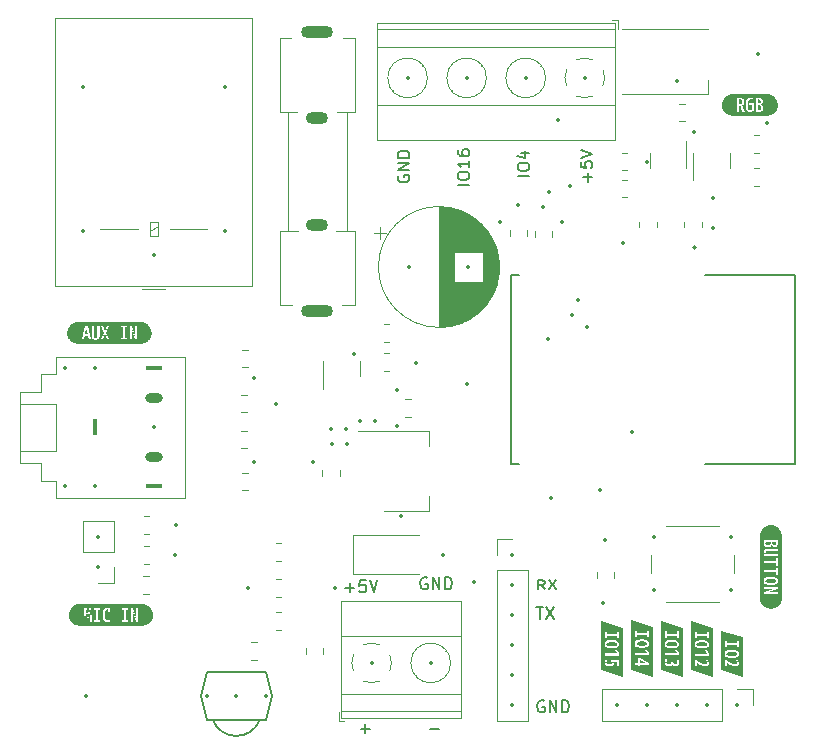
<source format=gbr>
%TF.GenerationSoftware,KiCad,Pcbnew,7.0.8-7.0.8~ubuntu20.04.1*%
%TF.CreationDate,2023-11-01T16:13:29+05:30*%
%TF.ProjectId,WLED_V0.1_panelized,574c4544-5f56-4302-9e31-5f70616e656c,rev?*%
%TF.SameCoordinates,Original*%
%TF.FileFunction,Legend,Top*%
%TF.FilePolarity,Positive*%
%FSLAX46Y46*%
G04 Gerber Fmt 4.6, Leading zero omitted, Abs format (unit mm)*
G04 Created by KiCad (PCBNEW 7.0.8-7.0.8~ubuntu20.04.1) date 2023-11-01 16:13:29*
%MOMM*%
%LPD*%
G01*
G04 APERTURE LIST*
%ADD10C,0.150000*%
%ADD11C,0.120000*%
%ADD12C,0.127000*%
%ADD13C,0.200000*%
%ADD14C,0.350000*%
%ADD15O,0.400000X1.400000*%
%ADD16O,1.400000X0.400000*%
%ADD17O,1.500000X0.800000*%
%ADD18O,2.710000X1.020000*%
%ADD19O,1.870000X1.020000*%
G04 APERTURE END LIST*
D10*
X119757819Y-68497220D02*
X118757819Y-68497220D01*
X118757819Y-67830554D02*
X118757819Y-67640078D01*
X118757819Y-67640078D02*
X118805438Y-67544840D01*
X118805438Y-67544840D02*
X118900676Y-67449602D01*
X118900676Y-67449602D02*
X119091152Y-67401983D01*
X119091152Y-67401983D02*
X119424485Y-67401983D01*
X119424485Y-67401983D02*
X119614961Y-67449602D01*
X119614961Y-67449602D02*
X119710200Y-67544840D01*
X119710200Y-67544840D02*
X119757819Y-67640078D01*
X119757819Y-67640078D02*
X119757819Y-67830554D01*
X119757819Y-67830554D02*
X119710200Y-67925792D01*
X119710200Y-67925792D02*
X119614961Y-68021030D01*
X119614961Y-68021030D02*
X119424485Y-68068649D01*
X119424485Y-68068649D02*
X119091152Y-68068649D01*
X119091152Y-68068649D02*
X118900676Y-68021030D01*
X118900676Y-68021030D02*
X118805438Y-67925792D01*
X118805438Y-67925792D02*
X118757819Y-67830554D01*
X119091152Y-66544840D02*
X119757819Y-66544840D01*
X118710200Y-66782935D02*
X119424485Y-67021030D01*
X119424485Y-67021030D02*
X119424485Y-66401983D01*
X104181779Y-103374866D02*
X104943684Y-103374866D01*
X104562731Y-103755819D02*
X104562731Y-102993914D01*
X105896064Y-102755819D02*
X105419874Y-102755819D01*
X105419874Y-102755819D02*
X105372255Y-103232009D01*
X105372255Y-103232009D02*
X105419874Y-103184390D01*
X105419874Y-103184390D02*
X105515112Y-103136771D01*
X105515112Y-103136771D02*
X105753207Y-103136771D01*
X105753207Y-103136771D02*
X105848445Y-103184390D01*
X105848445Y-103184390D02*
X105896064Y-103232009D01*
X105896064Y-103232009D02*
X105943683Y-103327247D01*
X105943683Y-103327247D02*
X105943683Y-103565342D01*
X105943683Y-103565342D02*
X105896064Y-103660580D01*
X105896064Y-103660580D02*
X105848445Y-103708200D01*
X105848445Y-103708200D02*
X105753207Y-103755819D01*
X105753207Y-103755819D02*
X105515112Y-103755819D01*
X105515112Y-103755819D02*
X105419874Y-103708200D01*
X105419874Y-103708200D02*
X105372255Y-103660580D01*
X106229398Y-102755819D02*
X106562731Y-103755819D01*
X106562731Y-103755819D02*
X106896064Y-102755819D01*
X121002588Y-112963438D02*
X120907350Y-112915819D01*
X120907350Y-112915819D02*
X120764493Y-112915819D01*
X120764493Y-112915819D02*
X120621636Y-112963438D01*
X120621636Y-112963438D02*
X120526398Y-113058676D01*
X120526398Y-113058676D02*
X120478779Y-113153914D01*
X120478779Y-113153914D02*
X120431160Y-113344390D01*
X120431160Y-113344390D02*
X120431160Y-113487247D01*
X120431160Y-113487247D02*
X120478779Y-113677723D01*
X120478779Y-113677723D02*
X120526398Y-113772961D01*
X120526398Y-113772961D02*
X120621636Y-113868200D01*
X120621636Y-113868200D02*
X120764493Y-113915819D01*
X120764493Y-113915819D02*
X120859731Y-113915819D01*
X120859731Y-113915819D02*
X121002588Y-113868200D01*
X121002588Y-113868200D02*
X121050207Y-113820580D01*
X121050207Y-113820580D02*
X121050207Y-113487247D01*
X121050207Y-113487247D02*
X120859731Y-113487247D01*
X121478779Y-113915819D02*
X121478779Y-112915819D01*
X121478779Y-112915819D02*
X122050207Y-113915819D01*
X122050207Y-113915819D02*
X122050207Y-112915819D01*
X122526398Y-113915819D02*
X122526398Y-112915819D01*
X122526398Y-112915819D02*
X122764493Y-112915819D01*
X122764493Y-112915819D02*
X122907350Y-112963438D01*
X122907350Y-112963438D02*
X123002588Y-113058676D01*
X123002588Y-113058676D02*
X123050207Y-113153914D01*
X123050207Y-113153914D02*
X123097826Y-113344390D01*
X123097826Y-113344390D02*
X123097826Y-113487247D01*
X123097826Y-113487247D02*
X123050207Y-113677723D01*
X123050207Y-113677723D02*
X123002588Y-113772961D01*
X123002588Y-113772961D02*
X122907350Y-113868200D01*
X122907350Y-113868200D02*
X122764493Y-113915819D01*
X122764493Y-113915819D02*
X122526398Y-113915819D01*
X121050207Y-103526295D02*
X120716874Y-103145342D01*
X120478779Y-103526295D02*
X120478779Y-102726295D01*
X120478779Y-102726295D02*
X120859731Y-102726295D01*
X120859731Y-102726295D02*
X120954969Y-102764390D01*
X120954969Y-102764390D02*
X121002588Y-102802485D01*
X121002588Y-102802485D02*
X121050207Y-102878676D01*
X121050207Y-102878676D02*
X121050207Y-102992961D01*
X121050207Y-102992961D02*
X121002588Y-103069152D01*
X121002588Y-103069152D02*
X120954969Y-103107247D01*
X120954969Y-103107247D02*
X120859731Y-103145342D01*
X120859731Y-103145342D02*
X120478779Y-103145342D01*
X121383541Y-102726295D02*
X122050207Y-103526295D01*
X122050207Y-102726295D02*
X121383541Y-103526295D01*
X105492779Y-115312866D02*
X106254684Y-115312866D01*
X105873731Y-115693819D02*
X105873731Y-114931914D01*
X114677819Y-69259220D02*
X113677819Y-69259220D01*
X113677819Y-68592554D02*
X113677819Y-68402078D01*
X113677819Y-68402078D02*
X113725438Y-68306840D01*
X113725438Y-68306840D02*
X113820676Y-68211602D01*
X113820676Y-68211602D02*
X114011152Y-68163983D01*
X114011152Y-68163983D02*
X114344485Y-68163983D01*
X114344485Y-68163983D02*
X114534961Y-68211602D01*
X114534961Y-68211602D02*
X114630200Y-68306840D01*
X114630200Y-68306840D02*
X114677819Y-68402078D01*
X114677819Y-68402078D02*
X114677819Y-68592554D01*
X114677819Y-68592554D02*
X114630200Y-68687792D01*
X114630200Y-68687792D02*
X114534961Y-68783030D01*
X114534961Y-68783030D02*
X114344485Y-68830649D01*
X114344485Y-68830649D02*
X114011152Y-68830649D01*
X114011152Y-68830649D02*
X113820676Y-68783030D01*
X113820676Y-68783030D02*
X113725438Y-68687792D01*
X113725438Y-68687792D02*
X113677819Y-68592554D01*
X114677819Y-67211602D02*
X114677819Y-67783030D01*
X114677819Y-67497316D02*
X113677819Y-67497316D01*
X113677819Y-67497316D02*
X113820676Y-67592554D01*
X113820676Y-67592554D02*
X113915914Y-67687792D01*
X113915914Y-67687792D02*
X113963533Y-67783030D01*
X113677819Y-66354459D02*
X113677819Y-66544935D01*
X113677819Y-66544935D02*
X113725438Y-66640173D01*
X113725438Y-66640173D02*
X113773057Y-66687792D01*
X113773057Y-66687792D02*
X113915914Y-66783030D01*
X113915914Y-66783030D02*
X114106390Y-66830649D01*
X114106390Y-66830649D02*
X114487342Y-66830649D01*
X114487342Y-66830649D02*
X114582580Y-66783030D01*
X114582580Y-66783030D02*
X114630200Y-66735411D01*
X114630200Y-66735411D02*
X114677819Y-66640173D01*
X114677819Y-66640173D02*
X114677819Y-66449697D01*
X114677819Y-66449697D02*
X114630200Y-66354459D01*
X114630200Y-66354459D02*
X114582580Y-66306840D01*
X114582580Y-66306840D02*
X114487342Y-66259221D01*
X114487342Y-66259221D02*
X114249247Y-66259221D01*
X114249247Y-66259221D02*
X114154009Y-66306840D01*
X114154009Y-66306840D02*
X114106390Y-66354459D01*
X114106390Y-66354459D02*
X114058771Y-66449697D01*
X114058771Y-66449697D02*
X114058771Y-66640173D01*
X114058771Y-66640173D02*
X114106390Y-66735411D01*
X114106390Y-66735411D02*
X114154009Y-66783030D01*
X114154009Y-66783030D02*
X114249247Y-66830649D01*
X108645438Y-68481411D02*
X108597819Y-68576649D01*
X108597819Y-68576649D02*
X108597819Y-68719506D01*
X108597819Y-68719506D02*
X108645438Y-68862363D01*
X108645438Y-68862363D02*
X108740676Y-68957601D01*
X108740676Y-68957601D02*
X108835914Y-69005220D01*
X108835914Y-69005220D02*
X109026390Y-69052839D01*
X109026390Y-69052839D02*
X109169247Y-69052839D01*
X109169247Y-69052839D02*
X109359723Y-69005220D01*
X109359723Y-69005220D02*
X109454961Y-68957601D01*
X109454961Y-68957601D02*
X109550200Y-68862363D01*
X109550200Y-68862363D02*
X109597819Y-68719506D01*
X109597819Y-68719506D02*
X109597819Y-68624268D01*
X109597819Y-68624268D02*
X109550200Y-68481411D01*
X109550200Y-68481411D02*
X109502580Y-68433792D01*
X109502580Y-68433792D02*
X109169247Y-68433792D01*
X109169247Y-68433792D02*
X109169247Y-68624268D01*
X109597819Y-68005220D02*
X108597819Y-68005220D01*
X108597819Y-68005220D02*
X109597819Y-67433792D01*
X109597819Y-67433792D02*
X108597819Y-67433792D01*
X109597819Y-66957601D02*
X108597819Y-66957601D01*
X108597819Y-66957601D02*
X108597819Y-66719506D01*
X108597819Y-66719506D02*
X108645438Y-66576649D01*
X108645438Y-66576649D02*
X108740676Y-66481411D01*
X108740676Y-66481411D02*
X108835914Y-66433792D01*
X108835914Y-66433792D02*
X109026390Y-66386173D01*
X109026390Y-66386173D02*
X109169247Y-66386173D01*
X109169247Y-66386173D02*
X109359723Y-66433792D01*
X109359723Y-66433792D02*
X109454961Y-66481411D01*
X109454961Y-66481411D02*
X109550200Y-66576649D01*
X109550200Y-66576649D02*
X109597819Y-66719506D01*
X109597819Y-66719506D02*
X109597819Y-66957601D01*
X111334779Y-115312866D02*
X112096684Y-115312866D01*
X120335922Y-105041819D02*
X120907350Y-105041819D01*
X120621636Y-106041819D02*
X120621636Y-105041819D01*
X121145446Y-105041819D02*
X121812112Y-106041819D01*
X121812112Y-105041819D02*
X121145446Y-106041819D01*
X124710866Y-69005220D02*
X124710866Y-68243316D01*
X125091819Y-68624268D02*
X124329914Y-68624268D01*
X124091819Y-67290935D02*
X124091819Y-67767125D01*
X124091819Y-67767125D02*
X124568009Y-67814744D01*
X124568009Y-67814744D02*
X124520390Y-67767125D01*
X124520390Y-67767125D02*
X124472771Y-67671887D01*
X124472771Y-67671887D02*
X124472771Y-67433792D01*
X124472771Y-67433792D02*
X124520390Y-67338554D01*
X124520390Y-67338554D02*
X124568009Y-67290935D01*
X124568009Y-67290935D02*
X124663247Y-67243316D01*
X124663247Y-67243316D02*
X124901342Y-67243316D01*
X124901342Y-67243316D02*
X124996580Y-67290935D01*
X124996580Y-67290935D02*
X125044200Y-67338554D01*
X125044200Y-67338554D02*
X125091819Y-67433792D01*
X125091819Y-67433792D02*
X125091819Y-67671887D01*
X125091819Y-67671887D02*
X125044200Y-67767125D01*
X125044200Y-67767125D02*
X124996580Y-67814744D01*
X124091819Y-66957601D02*
X125091819Y-66624268D01*
X125091819Y-66624268D02*
X124091819Y-66290935D01*
X111096588Y-102549438D02*
X111001350Y-102501819D01*
X111001350Y-102501819D02*
X110858493Y-102501819D01*
X110858493Y-102501819D02*
X110715636Y-102549438D01*
X110715636Y-102549438D02*
X110620398Y-102644676D01*
X110620398Y-102644676D02*
X110572779Y-102739914D01*
X110572779Y-102739914D02*
X110525160Y-102930390D01*
X110525160Y-102930390D02*
X110525160Y-103073247D01*
X110525160Y-103073247D02*
X110572779Y-103263723D01*
X110572779Y-103263723D02*
X110620398Y-103358961D01*
X110620398Y-103358961D02*
X110715636Y-103454200D01*
X110715636Y-103454200D02*
X110858493Y-103501819D01*
X110858493Y-103501819D02*
X110953731Y-103501819D01*
X110953731Y-103501819D02*
X111096588Y-103454200D01*
X111096588Y-103454200D02*
X111144207Y-103406580D01*
X111144207Y-103406580D02*
X111144207Y-103073247D01*
X111144207Y-103073247D02*
X110953731Y-103073247D01*
X111572779Y-103501819D02*
X111572779Y-102501819D01*
X111572779Y-102501819D02*
X112144207Y-103501819D01*
X112144207Y-103501819D02*
X112144207Y-102501819D01*
X112620398Y-103501819D02*
X112620398Y-102501819D01*
X112620398Y-102501819D02*
X112858493Y-102501819D01*
X112858493Y-102501819D02*
X113001350Y-102549438D01*
X113001350Y-102549438D02*
X113096588Y-102644676D01*
X113096588Y-102644676D02*
X113144207Y-102739914D01*
X113144207Y-102739914D02*
X113191826Y-102930390D01*
X113191826Y-102930390D02*
X113191826Y-103073247D01*
X113191826Y-103073247D02*
X113144207Y-103263723D01*
X113144207Y-103263723D02*
X113096588Y-103358961D01*
X113096588Y-103358961D02*
X113001350Y-103454200D01*
X113001350Y-103454200D02*
X112858493Y-103501819D01*
X112858493Y-103501819D02*
X112620398Y-103501819D01*
D11*
%TO.C,J2*%
X116984000Y-99268000D02*
X118314000Y-99268000D01*
X116984000Y-100598000D02*
X116984000Y-99268000D01*
X116984000Y-101868000D02*
X116984000Y-114628000D01*
X116984000Y-101868000D02*
X119644000Y-101868000D01*
X116984000Y-114628000D02*
X119644000Y-114628000D01*
X119644000Y-101868000D02*
X119644000Y-114628000D01*
%TO.C,MK1*%
X84592000Y-102944000D02*
X83262000Y-102944000D01*
X84592000Y-101614000D02*
X84592000Y-102944000D01*
X84592000Y-100344000D02*
X84592000Y-97744000D01*
X84592000Y-100344000D02*
X81932000Y-100344000D01*
X84592000Y-97744000D02*
X81932000Y-97744000D01*
X81932000Y-100344000D02*
X81932000Y-97744000D01*
%TO.C,R5*%
X138764436Y-65065000D02*
X139218564Y-65065000D01*
X138764436Y-66535000D02*
X139218564Y-66535000D01*
%TO.C,R14*%
X98274936Y-102657000D02*
X98729064Y-102657000D01*
X98274936Y-104127000D02*
X98729064Y-104127000D01*
%TO.C,R4*%
X128042564Y-68045000D02*
X127588436Y-68045000D01*
X128042564Y-66575000D02*
X127588436Y-66575000D01*
%TO.C,C6*%
X125453000Y-102571252D02*
X125453000Y-102048748D01*
X126923000Y-102571252D02*
X126923000Y-102048748D01*
%TO.C,C10*%
X132440748Y-62397000D02*
X132963252Y-62397000D01*
X132440748Y-63867000D02*
X132963252Y-63867000D01*
%TO.C,R13*%
X98729064Y-101079000D02*
X98274936Y-101079000D01*
X98729064Y-99609000D02*
X98274936Y-99609000D01*
%TO.C,U2*%
X105222000Y-90076000D02*
X111232000Y-90076000D01*
X107472000Y-96896000D02*
X111232000Y-96896000D01*
X111232000Y-90076000D02*
X111232000Y-91336000D01*
X111232000Y-96896000D02*
X111232000Y-95636000D01*
%TO.C,R8*%
X107456436Y-83528500D02*
X107910564Y-83528500D01*
X107456436Y-84998500D02*
X107910564Y-84998500D01*
%TO.C,SW2*%
X130054000Y-100610000D02*
X130054000Y-102110000D01*
X131304000Y-104610000D02*
X135804000Y-104610000D01*
X135804000Y-98110000D02*
X131304000Y-98110000D01*
X137054000Y-102110000D02*
X137054000Y-100610000D01*
%TO.C,kibuzzard-6541D5EF*%
G36*
X134522369Y-107988100D02*
G01*
X134642225Y-108002387D01*
X134725569Y-108026200D01*
X134798792Y-108082159D01*
X134823200Y-108164312D01*
X134798792Y-108246466D01*
X134725569Y-108302425D01*
X134642225Y-108326237D01*
X134522369Y-108340525D01*
X134366000Y-108345287D01*
X134209631Y-108340525D01*
X134089775Y-108326237D01*
X134006431Y-108302425D01*
X133933208Y-108246466D01*
X133908800Y-108164312D01*
X133933208Y-108082159D01*
X134006431Y-108026200D01*
X134089775Y-108002387D01*
X134209631Y-107988100D01*
X134366000Y-107983337D01*
X134522369Y-107988100D01*
G37*
G36*
X135292042Y-106769958D02*
G01*
X135292042Y-107100687D01*
X135292042Y-110037563D01*
X135292042Y-110368292D01*
X135292042Y-110923917D01*
X133439958Y-110368292D01*
X133439958Y-110037563D01*
X133786562Y-110037563D01*
X133924675Y-110037563D01*
X133924675Y-109650212D01*
X133927850Y-109650212D01*
X134038777Y-109743329D01*
X134142956Y-109822655D01*
X134240389Y-109888189D01*
X134331075Y-109939931D01*
X134444317Y-109989761D01*
X134551208Y-110019659D01*
X134651750Y-110029625D01*
X134785695Y-110011567D01*
X134882731Y-109957394D01*
X134941667Y-109869089D01*
X134961313Y-109748637D01*
X134952140Y-109648096D01*
X134924624Y-109553904D01*
X134878762Y-109466063D01*
X134729537Y-109466063D01*
X134781572Y-109555492D01*
X134812793Y-109637512D01*
X134823200Y-109712125D01*
X134780337Y-109816106D01*
X134724775Y-109841705D01*
X134643812Y-109850237D01*
X134556824Y-109842397D01*
X134464587Y-109818876D01*
X134367102Y-109779675D01*
X134264368Y-109724793D01*
X134156385Y-109654230D01*
X134043154Y-109567986D01*
X133924675Y-109466063D01*
X133786562Y-109466063D01*
X133786562Y-110037563D01*
X133439958Y-110037563D01*
X133439958Y-108953300D01*
X133786562Y-108953300D01*
X133786562Y-109131100D01*
X134945437Y-109131100D01*
X134945437Y-108954887D01*
X134783512Y-108677075D01*
X134627937Y-108677075D01*
X134780337Y-108950125D01*
X134778750Y-108953300D01*
X133786562Y-108953300D01*
X133439958Y-108953300D01*
X133439958Y-108164312D01*
X133770687Y-108164312D01*
X133784181Y-108274644D01*
X133824662Y-108361162D01*
X133898084Y-108426845D01*
X134010400Y-108474669D01*
X134108472Y-108496276D01*
X134227006Y-108509241D01*
X134366000Y-108513563D01*
X134504994Y-108509241D01*
X134623528Y-108496276D01*
X134721600Y-108474669D01*
X134833916Y-108426845D01*
X134907337Y-108361162D01*
X134947819Y-108274644D01*
X134961313Y-108164312D01*
X134947819Y-108053981D01*
X134907337Y-107967462D01*
X134833916Y-107901780D01*
X134721600Y-107853956D01*
X134623528Y-107832349D01*
X134504994Y-107819384D01*
X134366000Y-107815062D01*
X134227006Y-107819384D01*
X134108472Y-107832349D01*
X134010400Y-107853956D01*
X133898084Y-107901780D01*
X133824662Y-107967462D01*
X133784181Y-108053981D01*
X133770687Y-108164312D01*
X133439958Y-108164312D01*
X133439958Y-107640437D01*
X133786562Y-107640437D01*
X133924675Y-107640437D01*
X133924675Y-107462637D01*
X134807325Y-107462637D01*
X134807325Y-107640437D01*
X134945437Y-107640437D01*
X134945437Y-107100687D01*
X134807325Y-107100687D01*
X134807325Y-107278487D01*
X133924675Y-107278487D01*
X133924675Y-107100687D01*
X133786562Y-107100687D01*
X133786562Y-107640437D01*
X133439958Y-107640437D01*
X133439958Y-107100687D01*
X133439958Y-106769958D01*
X133439958Y-106214333D01*
X135292042Y-106769958D01*
G37*
D12*
%TO.C,U3*%
X91946000Y-112536000D02*
X92446000Y-110536000D01*
X92446000Y-110536000D02*
X97446000Y-110536000D01*
X92446000Y-114536000D02*
X91946000Y-112536000D01*
X92946000Y-114536000D02*
X92446000Y-114536000D01*
X96946000Y-114536000D02*
X92946000Y-114536000D01*
X97446000Y-110536000D02*
X97946000Y-112536000D01*
X97446000Y-114536000D02*
X96946000Y-114536000D01*
X97946000Y-112536000D02*
X97446000Y-114536000D01*
X92946000Y-114536000D02*
G75*
G03*
X96946000Y-114536000I2000000J749998D01*
G01*
%TO.C,kibuzzard-6541D612*%
G36*
X137062369Y-108781850D02*
G01*
X137182225Y-108796137D01*
X137265569Y-108819950D01*
X137338792Y-108875909D01*
X137363200Y-108958062D01*
X137338792Y-109040216D01*
X137265569Y-109096175D01*
X137182225Y-109119987D01*
X137062369Y-109134275D01*
X136906000Y-109139037D01*
X136749631Y-109134275D01*
X136629775Y-109119987D01*
X136546431Y-109096175D01*
X136473208Y-109040216D01*
X136448800Y-108958062D01*
X136473208Y-108875909D01*
X136546431Y-108819950D01*
X136629775Y-108796137D01*
X136749631Y-108781850D01*
X136906000Y-108777087D01*
X137062369Y-108781850D01*
G37*
G36*
X137832042Y-107563708D02*
G01*
X137832042Y-107894437D01*
X137832042Y-110037563D01*
X137832042Y-110368292D01*
X137832042Y-110923917D01*
X135979958Y-110368292D01*
X135979958Y-110037563D01*
X136326562Y-110037563D01*
X136464675Y-110037563D01*
X136464675Y-109650212D01*
X136467850Y-109650212D01*
X136578777Y-109743329D01*
X136682956Y-109822655D01*
X136780389Y-109888189D01*
X136871075Y-109939931D01*
X136984317Y-109989761D01*
X137091208Y-110019659D01*
X137191750Y-110029625D01*
X137325695Y-110011567D01*
X137422731Y-109957394D01*
X137481667Y-109869089D01*
X137501313Y-109748637D01*
X137492140Y-109648096D01*
X137464624Y-109553904D01*
X137418762Y-109466062D01*
X137269537Y-109466062D01*
X137321572Y-109555492D01*
X137352793Y-109637513D01*
X137363200Y-109712125D01*
X137320337Y-109816106D01*
X137264775Y-109841705D01*
X137183812Y-109850237D01*
X137096824Y-109842397D01*
X137004587Y-109818876D01*
X136907102Y-109779675D01*
X136804368Y-109724793D01*
X136696385Y-109654230D01*
X136583154Y-109567986D01*
X136464675Y-109466062D01*
X136326562Y-109466062D01*
X136326562Y-110037563D01*
X135979958Y-110037563D01*
X135979958Y-108958062D01*
X136310687Y-108958062D01*
X136324181Y-109068394D01*
X136364662Y-109154912D01*
X136438084Y-109220595D01*
X136550400Y-109268419D01*
X136648472Y-109290026D01*
X136767006Y-109302991D01*
X136906000Y-109307313D01*
X137044994Y-109302991D01*
X137163528Y-109290026D01*
X137261600Y-109268419D01*
X137373916Y-109220595D01*
X137447337Y-109154912D01*
X137487819Y-109068394D01*
X137501313Y-108958062D01*
X137487819Y-108847731D01*
X137447337Y-108761212D01*
X137373916Y-108695530D01*
X137261600Y-108647706D01*
X137163528Y-108626099D01*
X137044994Y-108613134D01*
X136906000Y-108608812D01*
X136767006Y-108613134D01*
X136648472Y-108626099D01*
X136550400Y-108647706D01*
X136438084Y-108695530D01*
X136364662Y-108761212D01*
X136324181Y-108847731D01*
X136310687Y-108958062D01*
X135979958Y-108958062D01*
X135979958Y-108434187D01*
X136326562Y-108434187D01*
X136464675Y-108434187D01*
X136464675Y-108256387D01*
X137347325Y-108256387D01*
X137347325Y-108434187D01*
X137485437Y-108434187D01*
X137485437Y-107894437D01*
X137347325Y-107894437D01*
X137347325Y-108072237D01*
X136464675Y-108072237D01*
X136464675Y-107894437D01*
X136326562Y-107894437D01*
X136326562Y-108434187D01*
X135979958Y-108434187D01*
X135979958Y-107894437D01*
X135979958Y-107563708D01*
X135979958Y-107008083D01*
X137832042Y-107563708D01*
G37*
%TO.C,kibuzzard-6541E326*%
G36*
X139265290Y-62043381D02*
G01*
X139324027Y-62097885D01*
X139343606Y-62188725D01*
X139330906Y-62272267D01*
X139292806Y-62329219D01*
X139227719Y-62361961D01*
X139134056Y-62372875D01*
X139088019Y-62372875D01*
X139088019Y-62037913D01*
X139167394Y-62025213D01*
X139265290Y-62043381D01*
G37*
G36*
X137669191Y-62039302D02*
G01*
X137729119Y-62076806D01*
X137764838Y-62141298D01*
X137776744Y-62234763D01*
X137764044Y-62332394D01*
X137725944Y-62396688D01*
X137657681Y-62432406D01*
X137554494Y-62444313D01*
X137492581Y-62444313D01*
X137492581Y-62039500D01*
X137584656Y-62026800D01*
X137669191Y-62039302D01*
G37*
G36*
X139252325Y-62520909D02*
G01*
X139319794Y-62560200D01*
X139359084Y-62628066D01*
X139372181Y-62726888D01*
X139360077Y-62824320D01*
X139323763Y-62891194D01*
X139262842Y-62929889D01*
X139176919Y-62942788D01*
X139088019Y-62930088D01*
X139088019Y-62507813D01*
X139154694Y-62507813D01*
X139252325Y-62520909D01*
G37*
G36*
X139966716Y-61562417D02*
G01*
X140056610Y-61575752D01*
X140144764Y-61597833D01*
X140230329Y-61628449D01*
X140312481Y-61667304D01*
X140390429Y-61714025D01*
X140463423Y-61768160D01*
X140530758Y-61829190D01*
X140591788Y-61896525D01*
X140645923Y-61969519D01*
X140692644Y-62047467D01*
X140731499Y-62129619D01*
X140762115Y-62215184D01*
X140784196Y-62303338D01*
X140797530Y-62393232D01*
X140801990Y-62484000D01*
X140797530Y-62574768D01*
X140784196Y-62664662D01*
X140762115Y-62752816D01*
X140731499Y-62838381D01*
X140692644Y-62920533D01*
X140645923Y-62998481D01*
X140591788Y-63071475D01*
X140530758Y-63138810D01*
X140463423Y-63199840D01*
X140390429Y-63253975D01*
X140312481Y-63300696D01*
X140230329Y-63339551D01*
X140144764Y-63370167D01*
X140056610Y-63392248D01*
X139966716Y-63405583D01*
X139875948Y-63410042D01*
X139545219Y-63410042D01*
X139176919Y-63410042D01*
X138470481Y-63410042D01*
X137981531Y-63410042D01*
X137314781Y-63410042D01*
X136984052Y-63410042D01*
X136893284Y-63405583D01*
X136803390Y-63392248D01*
X136715236Y-63370167D01*
X136629671Y-63339551D01*
X136547519Y-63300696D01*
X136469571Y-63253976D01*
X136396577Y-63199840D01*
X136329242Y-63138810D01*
X136268212Y-63071475D01*
X136262251Y-63063438D01*
X137314781Y-63063438D01*
X137492581Y-63063438D01*
X137492581Y-62582425D01*
X137554494Y-62582425D01*
X137650538Y-62613381D01*
X137680898Y-62658030D01*
X137706894Y-62730063D01*
X137798969Y-63063438D01*
X137981531Y-63063438D01*
X137883106Y-62739588D01*
X137832306Y-62614969D01*
X137771981Y-62536388D01*
X137771981Y-62533213D01*
X137849769Y-62487770D01*
X137859793Y-62476063D01*
X138073606Y-62476063D01*
X138079807Y-62617449D01*
X138098411Y-62739984D01*
X138129417Y-62843668D01*
X138172825Y-62928500D01*
X138228636Y-62994480D01*
X138296848Y-63041609D01*
X138377464Y-63069887D01*
X138470481Y-63079313D01*
X138565378Y-63073139D01*
X138655337Y-63054618D01*
X138674768Y-63047563D01*
X138910219Y-63047563D01*
X138997708Y-63065201D01*
X139086608Y-63075785D01*
X139176919Y-63079313D01*
X139289455Y-63069611D01*
X139381530Y-63040507D01*
X139453144Y-62992000D01*
X139504297Y-62924090D01*
X139534988Y-62836778D01*
X139545219Y-62730063D01*
X139529939Y-62623700D01*
X139484100Y-62533213D01*
X139415242Y-62466934D01*
X139330906Y-62433200D01*
X139330906Y-62431613D01*
X139405320Y-62399069D01*
X139463463Y-62342713D01*
X139500967Y-62267306D01*
X139513469Y-62177613D01*
X139499626Y-62073600D01*
X139458097Y-61992701D01*
X139388882Y-61934915D01*
X139291981Y-61900244D01*
X139167394Y-61888687D01*
X139036425Y-61896625D01*
X138910219Y-61920437D01*
X138910219Y-63047563D01*
X138674768Y-63047563D01*
X138740356Y-63023750D01*
X138740356Y-62372875D01*
X138370469Y-62372875D01*
X138370469Y-62507813D01*
X138570494Y-62507813D01*
X138570494Y-62923738D01*
X138475244Y-62942788D01*
X138378406Y-62915800D01*
X138306969Y-62834838D01*
X138274337Y-62746996D01*
X138254758Y-62627404D01*
X138248231Y-62476063D01*
X138255110Y-62328160D01*
X138275748Y-62212538D01*
X138310144Y-62129194D01*
X138389122Y-62053589D01*
X138502231Y-62028388D01*
X138599466Y-62037913D01*
X138700669Y-62066488D01*
X138700669Y-61923613D01*
X138603434Y-61897419D01*
X138502231Y-61888687D01*
X138371263Y-61904386D01*
X138264106Y-61951482D01*
X138180763Y-62029975D01*
X138133882Y-62110838D01*
X138100395Y-62212141D01*
X138080304Y-62333882D01*
X138073606Y-62476063D01*
X137859793Y-62476063D01*
X137905331Y-62422881D01*
X137938669Y-62338545D01*
X137949781Y-62234763D01*
X137939992Y-62125842D01*
X137910623Y-62038265D01*
X137861675Y-61972031D01*
X137791737Y-61925729D01*
X137699397Y-61897948D01*
X137584656Y-61888687D01*
X137493287Y-61892215D01*
X137403328Y-61902799D01*
X137314781Y-61920437D01*
X137314781Y-63063438D01*
X136262251Y-63063438D01*
X136214077Y-62998481D01*
X136167356Y-62920533D01*
X136128501Y-62838381D01*
X136097885Y-62752816D01*
X136075804Y-62664662D01*
X136062470Y-62574768D01*
X136058010Y-62484000D01*
X136062470Y-62393232D01*
X136075804Y-62303338D01*
X136097885Y-62215184D01*
X136128501Y-62129619D01*
X136167356Y-62047467D01*
X136214077Y-61969519D01*
X136268212Y-61896525D01*
X136329242Y-61829190D01*
X136396577Y-61768160D01*
X136469571Y-61714024D01*
X136547519Y-61667304D01*
X136629671Y-61628449D01*
X136715236Y-61597833D01*
X136803390Y-61575752D01*
X136893284Y-61562417D01*
X136984052Y-61557958D01*
X137314781Y-61557958D01*
X139545219Y-61557958D01*
X139875948Y-61557958D01*
X139966716Y-61562417D01*
G37*
D11*
%TO.C,D1*%
X104866000Y-98948000D02*
X104866000Y-102248000D01*
X104866000Y-98948000D02*
X110376000Y-98948000D01*
X104866000Y-102248000D02*
X110376000Y-102248000D01*
%TO.C,J5*%
X138694000Y-111968000D02*
X138694000Y-113298000D01*
X137364000Y-111968000D02*
X138694000Y-111968000D01*
X136094000Y-111968000D02*
X125874000Y-111968000D01*
X136094000Y-111968000D02*
X136094000Y-114628000D01*
X125874000Y-111968000D02*
X125874000Y-114628000D01*
X136094000Y-114628000D02*
X125874000Y-114628000D01*
%TO.C,kibuzzard-6541D591*%
G36*
X129619375Y-109729588D02*
G01*
X129619375Y-109732763D01*
X129100262Y-109732763D01*
X129100262Y-109478763D01*
X129105025Y-109478763D01*
X129619375Y-109729588D01*
G37*
G36*
X129442369Y-107924600D02*
G01*
X129562225Y-107938888D01*
X129645569Y-107962700D01*
X129718792Y-108018659D01*
X129743200Y-108100813D01*
X129718792Y-108182966D01*
X129645569Y-108238925D01*
X129562225Y-108262738D01*
X129442369Y-108277025D01*
X129286000Y-108281788D01*
X129129631Y-108277025D01*
X129009775Y-108262738D01*
X128926431Y-108238925D01*
X128853208Y-108182966D01*
X128828800Y-108100813D01*
X128853208Y-108018659D01*
X128926431Y-107962700D01*
X129009775Y-107938888D01*
X129129631Y-107924600D01*
X129286000Y-107919837D01*
X129442369Y-107924600D01*
G37*
G36*
X130212042Y-106706458D02*
G01*
X130212042Y-107037187D01*
X130212042Y-107037188D01*
X130212042Y-110037563D01*
X130212042Y-110368292D01*
X130212042Y-110923917D01*
X128359958Y-110368292D01*
X128359958Y-110037563D01*
X128359958Y-109907388D01*
X128706562Y-109907388D01*
X128963737Y-109907388D01*
X128963737Y-110037563D01*
X129100262Y-110037563D01*
X129100262Y-109907388D01*
X129865437Y-109907388D01*
X129865437Y-109715300D01*
X129100262Y-109339063D01*
X128963737Y-109339063D01*
X128963737Y-109732763D01*
X128706562Y-109732763D01*
X128706562Y-109907388D01*
X128359958Y-109907388D01*
X128359958Y-108889800D01*
X128706562Y-108889800D01*
X128706562Y-109067600D01*
X129865437Y-109067600D01*
X129865437Y-108891388D01*
X129703512Y-108613575D01*
X129547937Y-108613575D01*
X129700337Y-108886625D01*
X129698750Y-108889800D01*
X128706562Y-108889800D01*
X128359958Y-108889800D01*
X128359958Y-108100813D01*
X128690687Y-108100813D01*
X128704181Y-108211144D01*
X128744662Y-108297663D01*
X128818084Y-108363345D01*
X128930400Y-108411169D01*
X129028472Y-108432776D01*
X129147006Y-108445741D01*
X129286000Y-108450063D01*
X129424994Y-108445741D01*
X129543528Y-108432776D01*
X129641600Y-108411169D01*
X129753916Y-108363345D01*
X129827337Y-108297663D01*
X129867819Y-108211144D01*
X129881313Y-108100813D01*
X129867819Y-107990481D01*
X129827337Y-107903963D01*
X129753916Y-107838280D01*
X129641600Y-107790456D01*
X129543528Y-107768849D01*
X129424994Y-107755884D01*
X129286000Y-107751563D01*
X129147006Y-107755884D01*
X129028472Y-107768849D01*
X128930400Y-107790456D01*
X128818084Y-107838280D01*
X128744662Y-107903963D01*
X128704181Y-107990481D01*
X128690687Y-108100813D01*
X128359958Y-108100813D01*
X128359958Y-107576938D01*
X128706562Y-107576938D01*
X128844675Y-107576938D01*
X128844675Y-107399137D01*
X129727325Y-107399137D01*
X129727325Y-107576938D01*
X129865437Y-107576938D01*
X129865437Y-107037187D01*
X129727325Y-107037187D01*
X129727325Y-107214988D01*
X128844675Y-107214988D01*
X128844675Y-107037187D01*
X128706562Y-107037187D01*
X128706562Y-107576938D01*
X128359958Y-107576938D01*
X128359958Y-107037187D01*
X128359958Y-106706458D01*
X128359958Y-106150833D01*
X130212042Y-106706458D01*
G37*
%TO.C,R3*%
X138764436Y-67859000D02*
X139218564Y-67859000D01*
X138764436Y-69329000D02*
X139218564Y-69329000D01*
D12*
%TO.C,U1*%
X142244000Y-76876000D02*
X142244000Y-92876000D01*
X134614000Y-76876000D02*
X142244000Y-76876000D01*
X118244000Y-76876000D02*
X118874000Y-76876000D01*
X142244000Y-92876000D02*
X134614000Y-92876000D01*
X118244000Y-92876000D02*
X118244000Y-76876000D01*
X118244000Y-92876000D02*
X118874000Y-92876000D01*
D13*
X133844000Y-74576000D02*
G75*
G03*
X133844000Y-74576000I-100000J0D01*
G01*
D11*
%TO.C,J6*%
X90643000Y-83803000D02*
X90643000Y-95803000D01*
X79643000Y-83803000D02*
X90643000Y-83803000D01*
X79643000Y-85303000D02*
X79643000Y-83803000D01*
X78443000Y-85303000D02*
X79643000Y-85303000D01*
X78443000Y-86803000D02*
X78443000Y-85303000D01*
X76643000Y-86803000D02*
X78443000Y-86803000D01*
X79643000Y-87803000D02*
X76643000Y-87803000D01*
X79643000Y-91803000D02*
X79643000Y-87803000D01*
X76643000Y-91803000D02*
X79643000Y-91803000D01*
X78443000Y-92803000D02*
X76643000Y-92803000D01*
X76643000Y-92803000D02*
X76643000Y-86803000D01*
X79643000Y-94303000D02*
X78443000Y-94303000D01*
X78443000Y-94303000D02*
X78443000Y-92803000D01*
X90643000Y-95803000D02*
X79643000Y-95803000D01*
X79643000Y-95803000D02*
X79643000Y-94303000D01*
%TO.C,C1*%
X102237000Y-93935252D02*
X102237000Y-93412748D01*
X103707000Y-93935252D02*
X103707000Y-93412748D01*
%TO.C,C8*%
X95885252Y-91543000D02*
X95362748Y-91543000D01*
X95885252Y-90073000D02*
X95362748Y-90073000D01*
%TO.C,C4*%
X120246000Y-73676252D02*
X120246000Y-73153748D01*
X121716000Y-73676252D02*
X121716000Y-73153748D01*
%TO.C,kibuzzard-6541E704*%
G36*
X140666788Y-99572762D02*
G01*
X140648619Y-99670658D01*
X140594115Y-99729396D01*
X140503275Y-99748975D01*
X140419733Y-99736275D01*
X140362781Y-99698175D01*
X140330039Y-99633087D01*
X140319125Y-99539425D01*
X140319125Y-99493387D01*
X140654087Y-99493387D01*
X140666788Y-99572762D01*
G37*
G36*
X140184188Y-99560062D02*
G01*
X140171091Y-99657694D01*
X140131800Y-99725162D01*
X140063934Y-99764453D01*
X139965113Y-99777550D01*
X139867680Y-99765445D01*
X139800806Y-99729131D01*
X139762111Y-99668211D01*
X139749213Y-99582287D01*
X139761912Y-99493387D01*
X140184188Y-99493387D01*
X140184188Y-99560062D01*
G37*
G36*
X140364369Y-102612825D02*
G01*
X140484225Y-102627112D01*
X140567569Y-102650925D01*
X140640792Y-102706884D01*
X140665200Y-102789037D01*
X140640792Y-102871191D01*
X140567569Y-102927150D01*
X140484225Y-102950962D01*
X140364369Y-102965250D01*
X140208000Y-102970012D01*
X140051631Y-102965250D01*
X139931775Y-102950962D01*
X139848431Y-102927150D01*
X139775208Y-102871191D01*
X139750800Y-102789037D01*
X139775208Y-102706884D01*
X139848431Y-102650925D01*
X139931775Y-102627112D01*
X140051631Y-102612825D01*
X140208000Y-102608062D01*
X140364369Y-102612825D01*
G37*
G36*
X140298768Y-98063276D02*
G01*
X140388662Y-98076610D01*
X140476816Y-98098692D01*
X140562381Y-98129307D01*
X140644533Y-98168162D01*
X140722481Y-98214883D01*
X140795475Y-98269018D01*
X140862810Y-98330048D01*
X140923840Y-98397384D01*
X140977976Y-98470377D01*
X141024696Y-98548325D01*
X141063551Y-98630478D01*
X141094167Y-98716043D01*
X141116248Y-98804197D01*
X141129583Y-98894090D01*
X141134042Y-98984858D01*
X141134042Y-99315587D01*
X141134042Y-103884412D01*
X141134042Y-104215142D01*
X141129583Y-104305910D01*
X141116248Y-104395803D01*
X141094167Y-104483957D01*
X141063551Y-104569522D01*
X141024696Y-104651675D01*
X140977976Y-104729623D01*
X140923840Y-104802616D01*
X140862810Y-104869952D01*
X140795475Y-104930982D01*
X140722481Y-104985117D01*
X140644533Y-105031837D01*
X140562381Y-105070693D01*
X140476816Y-105101308D01*
X140388662Y-105123390D01*
X140298768Y-105136724D01*
X140208000Y-105141183D01*
X140117232Y-105136724D01*
X140027338Y-105123390D01*
X139939184Y-105101308D01*
X139853619Y-105070693D01*
X139771467Y-105031837D01*
X139693519Y-104985117D01*
X139620525Y-104930982D01*
X139553190Y-104869952D01*
X139492160Y-104802616D01*
X139438024Y-104729623D01*
X139391304Y-104651675D01*
X139352449Y-104569522D01*
X139321833Y-104483957D01*
X139299752Y-104395803D01*
X139286417Y-104305910D01*
X139281958Y-104215142D01*
X139281958Y-103884412D01*
X139281958Y-103281162D01*
X139628563Y-103281162D01*
X139628563Y-103455787D01*
X140469938Y-103455787D01*
X140469938Y-103458962D01*
X139628563Y-103706612D01*
X139628563Y-103884412D01*
X140787437Y-103884412D01*
X140787437Y-103717725D01*
X139946063Y-103717725D01*
X139946063Y-103712962D01*
X140787437Y-103465312D01*
X140787437Y-103281162D01*
X139628563Y-103281162D01*
X139281958Y-103281162D01*
X139281958Y-102789037D01*
X139612688Y-102789037D01*
X139626181Y-102899369D01*
X139666663Y-102985887D01*
X139740084Y-103051570D01*
X139852400Y-103099394D01*
X139950472Y-103121001D01*
X140069006Y-103133966D01*
X140208000Y-103138287D01*
X140346994Y-103133966D01*
X140465528Y-103121001D01*
X140563600Y-103099394D01*
X140675916Y-103051570D01*
X140749337Y-102985887D01*
X140789819Y-102899369D01*
X140803313Y-102789037D01*
X140789819Y-102678706D01*
X140749337Y-102592187D01*
X140675916Y-102526505D01*
X140563600Y-102478681D01*
X140465528Y-102457074D01*
X140346994Y-102444109D01*
X140208000Y-102439787D01*
X140069006Y-102444109D01*
X139950472Y-102457074D01*
X139852400Y-102478681D01*
X139740084Y-102526505D01*
X139666663Y-102592187D01*
X139626181Y-102678706D01*
X139612688Y-102789037D01*
X139281958Y-102789037D01*
X139281958Y-102084187D01*
X139628563Y-102084187D01*
X140649325Y-102084187D01*
X140649325Y-102320725D01*
X140787437Y-102320725D01*
X140787437Y-101669850D01*
X140649325Y-101669850D01*
X140649325Y-101906387D01*
X139628563Y-101906387D01*
X139628563Y-102084187D01*
X139281958Y-102084187D01*
X139281958Y-101290437D01*
X139628563Y-101290437D01*
X140649325Y-101290437D01*
X140649325Y-101526975D01*
X140787437Y-101526975D01*
X140787437Y-100876100D01*
X140649325Y-100876100D01*
X140649325Y-101112637D01*
X139628563Y-101112637D01*
X139628563Y-101290437D01*
X139281958Y-101290437D01*
X139281958Y-100407787D01*
X139612688Y-100407787D01*
X139620801Y-100510358D01*
X139645143Y-100591585D01*
X139685713Y-100651469D01*
X139745332Y-100692479D01*
X139826824Y-100717085D01*
X139930188Y-100725287D01*
X140787437Y-100725287D01*
X140787437Y-100552250D01*
X139961937Y-100552250D01*
X139858155Y-100544312D01*
X139794456Y-100520500D01*
X139750800Y-100410962D01*
X139761912Y-100344684D01*
X139795250Y-100301425D01*
X139859147Y-100277612D01*
X139961937Y-100269675D01*
X140787437Y-100269675D01*
X140787437Y-100090287D01*
X139930188Y-100090287D01*
X139826824Y-100098490D01*
X139745332Y-100123096D01*
X139685713Y-100164106D01*
X139645143Y-100223990D01*
X139620801Y-100305217D01*
X139612688Y-100407787D01*
X139281958Y-100407787D01*
X139281958Y-99582287D01*
X139612688Y-99582287D01*
X139622389Y-99694824D01*
X139651493Y-99786899D01*
X139700000Y-99858512D01*
X139767910Y-99909665D01*
X139855222Y-99940357D01*
X139961937Y-99950587D01*
X140068300Y-99935308D01*
X140158788Y-99889469D01*
X140225066Y-99820611D01*
X140258800Y-99736275D01*
X140260387Y-99736275D01*
X140292931Y-99810689D01*
X140349288Y-99868831D01*
X140424694Y-99906336D01*
X140514388Y-99918837D01*
X140618401Y-99904994D01*
X140699300Y-99863465D01*
X140757085Y-99794250D01*
X140791756Y-99697349D01*
X140803313Y-99572762D01*
X140795375Y-99441794D01*
X140771563Y-99315587D01*
X139644437Y-99315587D01*
X139626799Y-99403076D01*
X139616215Y-99491976D01*
X139612688Y-99582287D01*
X139281958Y-99582287D01*
X139281958Y-99315587D01*
X139281958Y-98984858D01*
X139286417Y-98894090D01*
X139299752Y-98804197D01*
X139321833Y-98716043D01*
X139352449Y-98630478D01*
X139391304Y-98548325D01*
X139438024Y-98470377D01*
X139492160Y-98397384D01*
X139553190Y-98330048D01*
X139620525Y-98269018D01*
X139693519Y-98214883D01*
X139771467Y-98168162D01*
X139853619Y-98129307D01*
X139939184Y-98098692D01*
X140027338Y-98076610D01*
X140117232Y-98063276D01*
X140208000Y-98058817D01*
X140298768Y-98063276D01*
G37*
%TO.C,Q2*%
X133058500Y-67197000D02*
X133058500Y-65522000D01*
X133058500Y-67197000D02*
X133058500Y-67847000D01*
X129938500Y-67197000D02*
X129938500Y-66547000D01*
X129938500Y-67197000D02*
X129938500Y-67847000D01*
%TO.C,kibuzzard-6541E997*%
G36*
X87065660Y-104742417D02*
G01*
X87155553Y-104755752D01*
X87243707Y-104777833D01*
X87329272Y-104808449D01*
X87411425Y-104847304D01*
X87489373Y-104894024D01*
X87562366Y-104948160D01*
X87629702Y-105009190D01*
X87690732Y-105076525D01*
X87744867Y-105149519D01*
X87791587Y-105227467D01*
X87830443Y-105309619D01*
X87861058Y-105395184D01*
X87883140Y-105483338D01*
X87896474Y-105573232D01*
X87900933Y-105664000D01*
X87896474Y-105754768D01*
X87883140Y-105844662D01*
X87861058Y-105932816D01*
X87830443Y-106018381D01*
X87791587Y-106100533D01*
X87744867Y-106178481D01*
X87690732Y-106251475D01*
X87629702Y-106318810D01*
X87562366Y-106379840D01*
X87489373Y-106433976D01*
X87411425Y-106480696D01*
X87329272Y-106519551D01*
X87243707Y-106550167D01*
X87155553Y-106572248D01*
X87065660Y-106585583D01*
X86974892Y-106590042D01*
X86644162Y-106590042D01*
X86040912Y-106590042D01*
X85818662Y-106590042D01*
X84037487Y-106590042D01*
X83437412Y-106590042D01*
X82167412Y-106590042D01*
X82011837Y-106590042D01*
X81681108Y-106590042D01*
X81590340Y-106585583D01*
X81500447Y-106572248D01*
X81412293Y-106550167D01*
X81326728Y-106519551D01*
X81244575Y-106480696D01*
X81166627Y-106433976D01*
X81093634Y-106379840D01*
X81026298Y-106318810D01*
X80965268Y-106251475D01*
X80959307Y-106243437D01*
X82011837Y-106243437D01*
X82167412Y-106243437D01*
X82194400Y-105259187D01*
X82199162Y-105259187D01*
X82289650Y-105973563D01*
X82440462Y-105973563D01*
X82538887Y-105259187D01*
X82540475Y-105259187D01*
X82564287Y-106243437D01*
X82734150Y-106243437D01*
X82675412Y-105084563D01*
X82897662Y-105084563D01*
X82897662Y-105222675D01*
X83075462Y-105222675D01*
X83075462Y-106105325D01*
X82897662Y-106105325D01*
X82897662Y-106243437D01*
X83437412Y-106243437D01*
X83437412Y-106105325D01*
X83259612Y-106105325D01*
X83259612Y-105648125D01*
X83635850Y-105648125D01*
X83642126Y-105791372D01*
X83660952Y-105915520D01*
X83692330Y-106020567D01*
X83736259Y-106106516D01*
X83792740Y-106173364D01*
X83861771Y-106221113D01*
X83943354Y-106249763D01*
X84037487Y-106259312D01*
X84143453Y-106249391D01*
X84239100Y-106219625D01*
X84239100Y-106073575D01*
X84148612Y-106110484D01*
X84064475Y-106122787D01*
X83986864Y-106109602D01*
X83923364Y-106070047D01*
X83873975Y-106004122D01*
X83838697Y-105911826D01*
X83817531Y-105793161D01*
X83810475Y-105648125D01*
X83816869Y-105513761D01*
X83836051Y-105403826D01*
X83868022Y-105318322D01*
X83912781Y-105257247D01*
X83970327Y-105220602D01*
X84040662Y-105208387D01*
X84077175Y-105214737D01*
X84077175Y-105462387D01*
X84247037Y-105462387D01*
X84247037Y-105103613D01*
X84173436Y-105084563D01*
X85278912Y-105084563D01*
X85278912Y-105222675D01*
X85456712Y-105222675D01*
X85456712Y-106105325D01*
X85278912Y-106105325D01*
X85278912Y-106243437D01*
X85818662Y-106243437D01*
X85818662Y-106105325D01*
X85640862Y-106105325D01*
X85640862Y-105222675D01*
X85818662Y-105222675D01*
X85818662Y-105084563D01*
X86040912Y-105084563D01*
X86040912Y-106243437D01*
X86215537Y-106243437D01*
X86215537Y-105402062D01*
X86218712Y-105402062D01*
X86466362Y-106243437D01*
X86644162Y-106243437D01*
X86644162Y-105084563D01*
X86477475Y-105084563D01*
X86477475Y-105925937D01*
X86472712Y-105925937D01*
X86225062Y-105084563D01*
X86040912Y-105084563D01*
X85818662Y-105084563D01*
X85278912Y-105084563D01*
X84173436Y-105084563D01*
X84145834Y-105077419D01*
X84032725Y-105068687D01*
X83939707Y-105077741D01*
X83859092Y-105104902D01*
X83790879Y-105150171D01*
X83735069Y-105213547D01*
X83691661Y-105295030D01*
X83660655Y-105394621D01*
X83642051Y-105512319D01*
X83635850Y-105648125D01*
X83259612Y-105648125D01*
X83259612Y-105222675D01*
X83437412Y-105222675D01*
X83437412Y-105084563D01*
X82897662Y-105084563D01*
X82675412Y-105084563D01*
X82475387Y-105084563D01*
X82380137Y-105822750D01*
X82376962Y-105822750D01*
X82280125Y-105084563D01*
X82072162Y-105084563D01*
X82011837Y-106243437D01*
X80959307Y-106243437D01*
X80911133Y-106178481D01*
X80864413Y-106100533D01*
X80825557Y-106018381D01*
X80794942Y-105932816D01*
X80772860Y-105844662D01*
X80759526Y-105754768D01*
X80755067Y-105664000D01*
X80759526Y-105573232D01*
X80772860Y-105483338D01*
X80794942Y-105395184D01*
X80825557Y-105309619D01*
X80864413Y-105227467D01*
X80911133Y-105149519D01*
X80965268Y-105076525D01*
X81026298Y-105009190D01*
X81093634Y-104948160D01*
X81166627Y-104894024D01*
X81244575Y-104847304D01*
X81326728Y-104808449D01*
X81412293Y-104777833D01*
X81500447Y-104755752D01*
X81590340Y-104742417D01*
X81681108Y-104737958D01*
X82011837Y-104737958D01*
X86644162Y-104737958D01*
X86974892Y-104737958D01*
X87065660Y-104742417D01*
G37*
%TO.C,R2*%
X130541000Y-72402936D02*
X130541000Y-72857064D01*
X129071000Y-72402936D02*
X129071000Y-72857064D01*
%TO.C,R6*%
X128042564Y-70331000D02*
X127588436Y-70331000D01*
X128042564Y-68861000D02*
X127588436Y-68861000D01*
%TO.C,Q3*%
X102326000Y-84836000D02*
X102326000Y-86511000D01*
X102326000Y-84836000D02*
X102326000Y-84186000D01*
X105446000Y-84836000D02*
X105446000Y-85486000D01*
X105446000Y-84836000D02*
X105446000Y-84186000D01*
%TO.C,kibuzzard-6541E98B*%
G36*
X82359500Y-81919763D02*
G01*
X82142013Y-81919763D01*
X82249963Y-81375250D01*
X82251550Y-81375250D01*
X82359500Y-81919763D01*
G37*
G36*
X86945819Y-80874317D02*
G01*
X87034942Y-80887537D01*
X87122341Y-80909429D01*
X87207172Y-80939782D01*
X87288620Y-80978304D01*
X87365901Y-81024624D01*
X87438268Y-81078296D01*
X87505027Y-81138802D01*
X87565533Y-81205561D01*
X87619205Y-81277929D01*
X87665525Y-81355209D01*
X87704047Y-81436657D01*
X87734400Y-81521488D01*
X87756292Y-81608887D01*
X87769512Y-81698010D01*
X87773933Y-81788000D01*
X87769512Y-81877990D01*
X87756292Y-81967113D01*
X87734400Y-82054512D01*
X87704047Y-82139343D01*
X87665525Y-82220791D01*
X87619205Y-82298071D01*
X87565533Y-82370439D01*
X87505027Y-82437198D01*
X87438268Y-82497704D01*
X87365901Y-82551376D01*
X87288620Y-82597696D01*
X87207172Y-82636218D01*
X87122341Y-82666571D01*
X87034942Y-82688463D01*
X86945819Y-82701683D01*
X86855829Y-82706104D01*
X86525100Y-82706104D01*
X85921850Y-82706104D01*
X85699600Y-82706104D01*
X84178775Y-82706104D01*
X83048475Y-82706104D01*
X81876900Y-82706104D01*
X81546171Y-82706104D01*
X81456181Y-82701683D01*
X81367058Y-82688463D01*
X81279659Y-82666571D01*
X81194828Y-82636218D01*
X81113380Y-82597696D01*
X81036100Y-82551376D01*
X80963732Y-82497704D01*
X80896973Y-82437198D01*
X80836467Y-82370439D01*
X80828354Y-82359500D01*
X81876900Y-82359500D01*
X82054700Y-82359500D01*
X82115025Y-82054700D01*
X82386488Y-82054700D01*
X82446813Y-82359500D01*
X82630963Y-82359500D01*
X82356325Y-81200625D01*
X82730975Y-81200625D01*
X82730975Y-82057875D01*
X82739177Y-82161239D01*
X82763783Y-82242731D01*
X82804794Y-82302350D01*
X82864678Y-82342919D01*
X82945905Y-82367261D01*
X83048475Y-82375375D01*
X83151045Y-82367261D01*
X83176943Y-82359500D01*
X83504088Y-82359500D01*
X83691413Y-82359500D01*
X83835875Y-81895950D01*
X83839050Y-81895950D01*
X83985100Y-82359500D01*
X84178775Y-82359500D01*
X83953350Y-81768950D01*
X84175600Y-81200625D01*
X85159850Y-81200625D01*
X85159850Y-81338737D01*
X85337650Y-81338737D01*
X85337650Y-82221388D01*
X85159850Y-82221388D01*
X85159850Y-82359500D01*
X85699600Y-82359500D01*
X85699600Y-82221388D01*
X85521800Y-82221388D01*
X85521800Y-81338737D01*
X85699600Y-81338737D01*
X85699600Y-81200625D01*
X85921850Y-81200625D01*
X85921850Y-82359500D01*
X86096475Y-82359500D01*
X86096475Y-81518125D01*
X86099650Y-81518125D01*
X86347300Y-82359500D01*
X86525100Y-82359500D01*
X86525100Y-81200625D01*
X86358413Y-81200625D01*
X86358413Y-82042000D01*
X86353650Y-82042000D01*
X86106000Y-81200625D01*
X85921850Y-81200625D01*
X85699600Y-81200625D01*
X85159850Y-81200625D01*
X84175600Y-81200625D01*
X83991450Y-81200625D01*
X83845400Y-81645125D01*
X83842225Y-81645125D01*
X83697763Y-81200625D01*
X83508850Y-81200625D01*
X83731100Y-81768950D01*
X83504088Y-82359500D01*
X83176943Y-82359500D01*
X83232272Y-82342919D01*
X83292156Y-82302350D01*
X83333167Y-82242731D01*
X83357773Y-82161239D01*
X83365975Y-82057875D01*
X83365975Y-81200625D01*
X83192938Y-81200625D01*
X83192938Y-82026125D01*
X83185000Y-82129908D01*
X83161188Y-82193606D01*
X83051650Y-82237263D01*
X82985372Y-82226150D01*
X82942113Y-82192813D01*
X82918300Y-82128916D01*
X82910363Y-82026125D01*
X82910363Y-81200625D01*
X82730975Y-81200625D01*
X82356325Y-81200625D01*
X82149950Y-81200625D01*
X81876900Y-82359500D01*
X80828354Y-82359500D01*
X80782795Y-82298071D01*
X80736475Y-82220791D01*
X80697953Y-82139343D01*
X80667600Y-82054512D01*
X80645708Y-81967113D01*
X80632488Y-81877990D01*
X80628067Y-81788000D01*
X80632488Y-81698010D01*
X80645708Y-81608887D01*
X80667600Y-81521488D01*
X80697953Y-81436657D01*
X80736475Y-81355209D01*
X80782795Y-81277929D01*
X80836467Y-81205561D01*
X80896973Y-81138802D01*
X80963732Y-81078296D01*
X81036100Y-81024624D01*
X81113380Y-80978304D01*
X81194828Y-80939782D01*
X81279659Y-80909429D01*
X81367058Y-80887537D01*
X81456181Y-80874317D01*
X81546171Y-80869896D01*
X81876900Y-80869896D01*
X86525100Y-80869896D01*
X86855829Y-80869896D01*
X86945819Y-80874317D01*
G37*
%TO.C,C11*%
X96731252Y-109461000D02*
X96208748Y-109461000D01*
X96731252Y-107991000D02*
X96208748Y-107991000D01*
%TO.C,kibuzzard-6541D5B9*%
G36*
X126902369Y-107976988D02*
G01*
X127022225Y-107991275D01*
X127105569Y-108015088D01*
X127178792Y-108071047D01*
X127203200Y-108153200D01*
X127178792Y-108235353D01*
X127105569Y-108291313D01*
X127022225Y-108315125D01*
X126902369Y-108329413D01*
X126746000Y-108334175D01*
X126589631Y-108329413D01*
X126469775Y-108315125D01*
X126386431Y-108291313D01*
X126313208Y-108235353D01*
X126288800Y-108153200D01*
X126313208Y-108071047D01*
X126386431Y-108015088D01*
X126469775Y-107991275D01*
X126589631Y-107976988D01*
X126746000Y-107972225D01*
X126902369Y-107976988D01*
G37*
G36*
X127672042Y-106758846D02*
G01*
X127672042Y-107089575D01*
X127672042Y-110037563D01*
X127672042Y-110368292D01*
X127672042Y-110923917D01*
X125819958Y-110368292D01*
X125819958Y-110037563D01*
X125819958Y-109693075D01*
X126150687Y-109693075D01*
X126160565Y-109801907D01*
X126190199Y-109889220D01*
X126239587Y-109955013D01*
X126311907Y-110000874D01*
X126410332Y-110028391D01*
X126534862Y-110037563D01*
X126669165Y-110027403D01*
X126773623Y-109996923D01*
X126848235Y-109946123D01*
X126893002Y-109875003D01*
X126907925Y-109783563D01*
X126898003Y-109708157D01*
X126868237Y-109643863D01*
X126868237Y-109640688D01*
X127188912Y-109651800D01*
X127188912Y-110005813D01*
X127325437Y-110005813D01*
X127325437Y-109489875D01*
X126709487Y-109474000D01*
X126709487Y-109620050D01*
X126757112Y-109675216D01*
X126772987Y-109735938D01*
X126718219Y-109829600D01*
X126644995Y-109852222D01*
X126534862Y-109859763D01*
X126418777Y-109849047D01*
X126343569Y-109816900D01*
X126302492Y-109761338D01*
X126288800Y-109680375D01*
X126303881Y-109574410D01*
X126349125Y-109466063D01*
X126198312Y-109466063D01*
X126162594Y-109575203D01*
X126150687Y-109693075D01*
X125819958Y-109693075D01*
X125819958Y-108942188D01*
X126166562Y-108942188D01*
X126166562Y-109119988D01*
X127325437Y-109119988D01*
X127325437Y-108943775D01*
X127163512Y-108665963D01*
X127007937Y-108665963D01*
X127160337Y-108939013D01*
X127158750Y-108942188D01*
X126166562Y-108942188D01*
X125819958Y-108942188D01*
X125819958Y-108153200D01*
X126150687Y-108153200D01*
X126164181Y-108263532D01*
X126204662Y-108350050D01*
X126278084Y-108415733D01*
X126390400Y-108463557D01*
X126488472Y-108485164D01*
X126607006Y-108498129D01*
X126746000Y-108502450D01*
X126884994Y-108498129D01*
X127003528Y-108485164D01*
X127101600Y-108463557D01*
X127213916Y-108415733D01*
X127287337Y-108350050D01*
X127327819Y-108263532D01*
X127341313Y-108153200D01*
X127327819Y-108042869D01*
X127287337Y-107956350D01*
X127213916Y-107890667D01*
X127101600Y-107842844D01*
X127003528Y-107821236D01*
X126884994Y-107808272D01*
X126746000Y-107803950D01*
X126607006Y-107808272D01*
X126488472Y-107821236D01*
X126390400Y-107842844D01*
X126278084Y-107890667D01*
X126204662Y-107956350D01*
X126164181Y-108042869D01*
X126150687Y-108153200D01*
X125819958Y-108153200D01*
X125819958Y-107629325D01*
X126166562Y-107629325D01*
X126304675Y-107629325D01*
X126304675Y-107451525D01*
X127187325Y-107451525D01*
X127187325Y-107629325D01*
X127325437Y-107629325D01*
X127325437Y-107089575D01*
X127187325Y-107089575D01*
X127187325Y-107267375D01*
X126304675Y-107267375D01*
X126304675Y-107089575D01*
X126166562Y-107089575D01*
X126166562Y-107629325D01*
X125819958Y-107629325D01*
X125819958Y-107089575D01*
X125819958Y-106758846D01*
X125819958Y-106203221D01*
X127672042Y-106758846D01*
G37*
%TO.C,C7*%
X87587252Y-103868000D02*
X87064748Y-103868000D01*
X87587252Y-102398000D02*
X87064748Y-102398000D01*
%TO.C,Q1*%
X133621500Y-67197000D02*
X133621500Y-68872000D01*
X133621500Y-67197000D02*
X133621500Y-66547000D01*
X136741500Y-67197000D02*
X136741500Y-67847000D01*
X136741500Y-67197000D02*
X136741500Y-66547000D01*
%TO.C,R15*%
X98729064Y-106921000D02*
X98274936Y-106921000D01*
X98729064Y-105451000D02*
X98274936Y-105451000D01*
%TO.C,R9*%
X95917064Y-84723000D02*
X95462936Y-84723000D01*
X95917064Y-83253000D02*
X95462936Y-83253000D01*
%TO.C,R12*%
X87553064Y-101328000D02*
X87098936Y-101328000D01*
X87553064Y-99858000D02*
X87098936Y-99858000D01*
%TO.C,D2*%
X127618000Y-56064000D02*
X134918000Y-56064000D01*
X127618000Y-61564000D02*
X134918000Y-61564000D01*
X134918000Y-61564000D02*
X134918000Y-60414000D01*
%TO.C,R7*%
X107910564Y-82537000D02*
X107456436Y-82537000D01*
X107910564Y-81067000D02*
X107456436Y-81067000D01*
%TO.C,R10*%
X95917064Y-95137000D02*
X95462936Y-95137000D01*
X95917064Y-93667000D02*
X95462936Y-93667000D01*
%TO.C,C9*%
X95885252Y-88533000D02*
X95362748Y-88533000D01*
X95885252Y-87063000D02*
X95362748Y-87063000D01*
%TO.C,C3*%
X118087000Y-73615252D02*
X118087000Y-73092748D01*
X119557000Y-73615252D02*
X119557000Y-73092748D01*
%TO.C,J3*%
X127247000Y-56051000D02*
X127247000Y-55311000D01*
X127247000Y-55311000D02*
X126747000Y-55311000D01*
X127007000Y-65472000D02*
X127007000Y-55551000D01*
X127007000Y-65472000D02*
X106886000Y-65472000D01*
X127007000Y-62512000D02*
X106886000Y-62512000D01*
X127007000Y-57611000D02*
X106886000Y-57611000D01*
X127007000Y-56111000D02*
X106886000Y-56111000D01*
X127007000Y-55551000D02*
X106886000Y-55551000D01*
X120674000Y-59188000D02*
X120721000Y-59142000D01*
X120481000Y-58972000D02*
X120516000Y-58937000D01*
X118377000Y-61486000D02*
X118412000Y-61450000D01*
X118172000Y-61280000D02*
X118219000Y-61234000D01*
X115674000Y-59188000D02*
X115721000Y-59142000D01*
X115481000Y-58972000D02*
X115516000Y-58937000D01*
X113377000Y-61486000D02*
X113412000Y-61450000D01*
X113172000Y-61280000D02*
X113219000Y-61234000D01*
X110674000Y-59188000D02*
X110721000Y-59142000D01*
X110481000Y-58972000D02*
X110516000Y-58937000D01*
X108377000Y-61486000D02*
X108412000Y-61450000D01*
X108172000Y-61280000D02*
X108219000Y-61234000D01*
X106886000Y-65472000D02*
X106886000Y-55551000D01*
X125981999Y-60894999D02*
G75*
G03*
X125982426Y-59527958I-1534992J684000D01*
G01*
X123763001Y-61745999D02*
G75*
G03*
X125130042Y-61746426I684000J1534992D01*
G01*
X125131000Y-58676001D02*
G75*
G03*
X124418195Y-58530748I-683999J-1535000D01*
G01*
X124447000Y-58531001D02*
G75*
G03*
X123763682Y-58676245I0J-1679999D01*
G01*
X122912000Y-59527000D02*
G75*
G03*
X122911574Y-60894042I1535000J-684000D01*
G01*
X121127000Y-60211000D02*
G75*
G03*
X121127000Y-60211000I-1680000J0D01*
G01*
X116127000Y-60211000D02*
G75*
G03*
X116127000Y-60211000I-1680000J0D01*
G01*
X111127000Y-60211000D02*
G75*
G03*
X111127000Y-60211000I-1680000J0D01*
G01*
%TO.C,kibuzzard-6541D5D1*%
G36*
X131982369Y-107969050D02*
G01*
X132102225Y-107983337D01*
X132185569Y-108007150D01*
X132258792Y-108063109D01*
X132283200Y-108145263D01*
X132258792Y-108227416D01*
X132185569Y-108283375D01*
X132102225Y-108307188D01*
X131982369Y-108321475D01*
X131826000Y-108326238D01*
X131669631Y-108321475D01*
X131549775Y-108307188D01*
X131466431Y-108283375D01*
X131393208Y-108227416D01*
X131368800Y-108145263D01*
X131393208Y-108063109D01*
X131466431Y-108007150D01*
X131549775Y-107983337D01*
X131669631Y-107969050D01*
X131826000Y-107964287D01*
X131982369Y-107969050D01*
G37*
G36*
X132752042Y-106750908D02*
G01*
X132752042Y-107081637D01*
X132752042Y-107081638D01*
X132752042Y-110037563D01*
X132752042Y-110368292D01*
X132752042Y-110923917D01*
X130899958Y-110368292D01*
X130899958Y-110037563D01*
X130899958Y-109680375D01*
X131230687Y-109680375D01*
X131240389Y-109789516D01*
X131269493Y-109878813D01*
X131318000Y-109948266D01*
X131385910Y-109997875D01*
X131473222Y-110027641D01*
X131579937Y-110037563D01*
X131691459Y-110024664D01*
X131776787Y-109985969D01*
X131835922Y-109921477D01*
X131868862Y-109831188D01*
X131870450Y-109831188D01*
X131910832Y-109914531D01*
X131971653Y-109974062D01*
X132052913Y-110009781D01*
X132154612Y-110021688D01*
X132266333Y-110001844D01*
X132350669Y-109942313D01*
X132403652Y-109845872D01*
X132421313Y-109715300D01*
X132415139Y-109629222D01*
X132396618Y-109540322D01*
X132365750Y-109448600D01*
X132218112Y-109448600D01*
X132268119Y-109571631D01*
X132284787Y-109683550D01*
X132267854Y-109775272D01*
X132217054Y-109830306D01*
X132132387Y-109848650D01*
X132043091Y-109834363D01*
X131981575Y-109791500D01*
X131945856Y-109716491D01*
X131933950Y-109605762D01*
X131933950Y-109574013D01*
X131794250Y-109574013D01*
X131794250Y-109605762D01*
X131782145Y-109724825D01*
X131745831Y-109802612D01*
X131682133Y-109845475D01*
X131587875Y-109859763D01*
X131492030Y-109847261D01*
X131423569Y-109809756D01*
X131382492Y-109747248D01*
X131368800Y-109659738D01*
X131385072Y-109541866D01*
X131433887Y-109426375D01*
X131281487Y-109426375D01*
X131243387Y-109550994D01*
X131230687Y-109680375D01*
X130899958Y-109680375D01*
X130899958Y-108934250D01*
X131246562Y-108934250D01*
X131246562Y-109112050D01*
X132405437Y-109112050D01*
X132405437Y-108935837D01*
X132243512Y-108658025D01*
X132087937Y-108658025D01*
X132240337Y-108931075D01*
X132238750Y-108934250D01*
X131246562Y-108934250D01*
X130899958Y-108934250D01*
X130899958Y-108145263D01*
X131230687Y-108145263D01*
X131244181Y-108255594D01*
X131284662Y-108342112D01*
X131358084Y-108407795D01*
X131470400Y-108455619D01*
X131568472Y-108477226D01*
X131687006Y-108490191D01*
X131826000Y-108494513D01*
X131964994Y-108490191D01*
X132083528Y-108477226D01*
X132181600Y-108455619D01*
X132293916Y-108407795D01*
X132367337Y-108342112D01*
X132407819Y-108255594D01*
X132421313Y-108145263D01*
X132407819Y-108034931D01*
X132367337Y-107948413D01*
X132293916Y-107882730D01*
X132181600Y-107834906D01*
X132083528Y-107813299D01*
X131964994Y-107800334D01*
X131826000Y-107796012D01*
X131687006Y-107800334D01*
X131568472Y-107813299D01*
X131470400Y-107834906D01*
X131358084Y-107882730D01*
X131284662Y-107948413D01*
X131244181Y-108034931D01*
X131230687Y-108145263D01*
X130899958Y-108145263D01*
X130899958Y-107621387D01*
X131246562Y-107621387D01*
X131384675Y-107621387D01*
X131384675Y-107443587D01*
X132267325Y-107443587D01*
X132267325Y-107621387D01*
X132405437Y-107621387D01*
X132405437Y-107081637D01*
X132267325Y-107081637D01*
X132267325Y-107259437D01*
X131384675Y-107259437D01*
X131384675Y-107081637D01*
X131246562Y-107081637D01*
X131246562Y-107621387D01*
X130899958Y-107621387D01*
X130899958Y-107081637D01*
X130899958Y-106750908D01*
X130899958Y-106195283D01*
X132752042Y-106750908D01*
G37*
%TO.C,R1*%
X134351000Y-72402936D02*
X134351000Y-72857064D01*
X132881000Y-72402936D02*
X132881000Y-72857064D01*
%TO.C,K1*%
X96298000Y-77839500D02*
X96298000Y-55139500D01*
X96298000Y-55139500D02*
X79598000Y-55139500D01*
X92448000Y-72989500D02*
X89298000Y-72989500D01*
X88948000Y-78099500D02*
X86948000Y-78099500D01*
X88298000Y-73589500D02*
X88298000Y-72389500D01*
X88298000Y-72789500D02*
X87598000Y-73189500D01*
X88298000Y-72389500D02*
X87598000Y-72389500D01*
X87598000Y-73589500D02*
X88298000Y-73589500D01*
X87598000Y-72389500D02*
X87598000Y-73589500D01*
X86598000Y-72989500D02*
X83448000Y-72989500D01*
X79598000Y-77839500D02*
X96298000Y-77839500D01*
X79598000Y-55139500D02*
X79598000Y-77839500D01*
%TO.C,C2*%
X109771252Y-88887000D02*
X109248748Y-88887000D01*
X109771252Y-87417000D02*
X109248748Y-87417000D01*
%TO.C,J4*%
X103605000Y-113902000D02*
X103605000Y-114642000D01*
X103605000Y-114642000D02*
X104105000Y-114642000D01*
X103845000Y-104481000D02*
X103845000Y-114402000D01*
X103845000Y-104481000D02*
X113965000Y-104481000D01*
X103845000Y-107441000D02*
X113965000Y-107441000D01*
X103845000Y-112342000D02*
X113965000Y-112342000D01*
X103845000Y-113842000D02*
X113965000Y-113842000D01*
X103845000Y-114402000D02*
X113965000Y-114402000D01*
X110178000Y-110765000D02*
X110131000Y-110811000D01*
X110371000Y-110981000D02*
X110336000Y-111016000D01*
X112475000Y-108467000D02*
X112440000Y-108503000D01*
X112680000Y-108673000D02*
X112633000Y-108719000D01*
X113965000Y-104481000D02*
X113965000Y-114402000D01*
X104870001Y-109058001D02*
G75*
G03*
X104869574Y-110425042I1534992J-684000D01*
G01*
X107088999Y-108207001D02*
G75*
G03*
X105721958Y-108206574I-684000J-1534992D01*
G01*
X105721000Y-111276999D02*
G75*
G03*
X106433805Y-111422252I683999J1535000D01*
G01*
X106405000Y-111421999D02*
G75*
G03*
X107088318Y-111276755I0J1679999D01*
G01*
X107940000Y-110426000D02*
G75*
G03*
X107940426Y-109058958I-1535000J684000D01*
G01*
X113085000Y-109742000D02*
G75*
G03*
X113085000Y-109742000I-1680000J0D01*
G01*
%TO.C,F2*%
X104979000Y-56818000D02*
X104004000Y-56818000D01*
X98629000Y-56818000D02*
X99604000Y-56818000D01*
X104979000Y-63068000D02*
X104979000Y-56818000D01*
X104979000Y-63068000D02*
X103504000Y-63068000D01*
X98629000Y-63068000D02*
X98629000Y-56818000D01*
X98629000Y-63068000D02*
X100104000Y-63068000D01*
X104979000Y-73168000D02*
X103404000Y-73168000D01*
X104304000Y-73168000D02*
X104304000Y-63068000D01*
X99304000Y-73168000D02*
X99304000Y-63068000D01*
X98629000Y-73168000D02*
X100204000Y-73168000D01*
X98629000Y-73168000D02*
X98629000Y-79418000D01*
X104979000Y-79418000D02*
X104979000Y-73168000D01*
X103904000Y-79418000D02*
X104979000Y-79418000D01*
X99704000Y-79418000D02*
X98629000Y-79418000D01*
%TO.C,C5*%
X106616677Y-73339000D02*
X107616677Y-73339000D01*
X107116677Y-72839000D02*
X107116677Y-73839000D01*
X112096323Y-71134000D02*
X112096323Y-81294000D01*
X112136323Y-71134000D02*
X112136323Y-81294000D01*
X112176323Y-71134000D02*
X112176323Y-81294000D01*
X112216323Y-71135000D02*
X112216323Y-81293000D01*
X112256323Y-71136000D02*
X112256323Y-81292000D01*
X112296323Y-71137000D02*
X112296323Y-81291000D01*
X112336323Y-71139000D02*
X112336323Y-81289000D01*
X112376323Y-71141000D02*
X112376323Y-81287000D01*
X112416323Y-71144000D02*
X112416323Y-81284000D01*
X112456323Y-71146000D02*
X112456323Y-81282000D01*
X112496323Y-71149000D02*
X112496323Y-81279000D01*
X112536323Y-71152000D02*
X112536323Y-81276000D01*
X112576323Y-71156000D02*
X112576323Y-81272000D01*
X112616323Y-71160000D02*
X112616323Y-81268000D01*
X112656323Y-71164000D02*
X112656323Y-81264000D01*
X112696323Y-71169000D02*
X112696323Y-81259000D01*
X112736323Y-71174000D02*
X112736323Y-81254000D01*
X112776323Y-71179000D02*
X112776323Y-81249000D01*
X112817323Y-71184000D02*
X112817323Y-81244000D01*
X112857323Y-71190000D02*
X112857323Y-81238000D01*
X112897323Y-71196000D02*
X112897323Y-81232000D01*
X112937323Y-71203000D02*
X112937323Y-81225000D01*
X112977323Y-71210000D02*
X112977323Y-81218000D01*
X113017323Y-71217000D02*
X113017323Y-81211000D01*
X113057323Y-71224000D02*
X113057323Y-81204000D01*
X113097323Y-71232000D02*
X113097323Y-81196000D01*
X113137323Y-71240000D02*
X113137323Y-81188000D01*
X113177323Y-71249000D02*
X113177323Y-81179000D01*
X113217323Y-71258000D02*
X113217323Y-81170000D01*
X113257323Y-71267000D02*
X113257323Y-81161000D01*
X113297323Y-71276000D02*
X113297323Y-81152000D01*
X113337323Y-71286000D02*
X113337323Y-81142000D01*
X113377323Y-71296000D02*
X113377323Y-74973000D01*
X113377323Y-77455000D02*
X113377323Y-81132000D01*
X113417323Y-71307000D02*
X113417323Y-74973000D01*
X113417323Y-77455000D02*
X113417323Y-81121000D01*
X113457323Y-71317000D02*
X113457323Y-74973000D01*
X113457323Y-77455000D02*
X113457323Y-81111000D01*
X113497323Y-71329000D02*
X113497323Y-74973000D01*
X113497323Y-77455000D02*
X113497323Y-81099000D01*
X113537323Y-71340000D02*
X113537323Y-74973000D01*
X113537323Y-77455000D02*
X113537323Y-81088000D01*
X113577323Y-71352000D02*
X113577323Y-74973000D01*
X113577323Y-77455000D02*
X113577323Y-81076000D01*
X113617323Y-71364000D02*
X113617323Y-74973000D01*
X113617323Y-77455000D02*
X113617323Y-81064000D01*
X113657323Y-71377000D02*
X113657323Y-74973000D01*
X113657323Y-77455000D02*
X113657323Y-81051000D01*
X113697323Y-71390000D02*
X113697323Y-74973000D01*
X113697323Y-77455000D02*
X113697323Y-81038000D01*
X113737323Y-71403000D02*
X113737323Y-74973000D01*
X113737323Y-77455000D02*
X113737323Y-81025000D01*
X113777323Y-71417000D02*
X113777323Y-74973000D01*
X113777323Y-77455000D02*
X113777323Y-81011000D01*
X113817323Y-71431000D02*
X113817323Y-74973000D01*
X113817323Y-77455000D02*
X113817323Y-80997000D01*
X113857323Y-71446000D02*
X113857323Y-74973000D01*
X113857323Y-77455000D02*
X113857323Y-80982000D01*
X113897323Y-71460000D02*
X113897323Y-74973000D01*
X113897323Y-77455000D02*
X113897323Y-80968000D01*
X113937323Y-71476000D02*
X113937323Y-74973000D01*
X113937323Y-77455000D02*
X113937323Y-80952000D01*
X113977323Y-71491000D02*
X113977323Y-74973000D01*
X113977323Y-77455000D02*
X113977323Y-80937000D01*
X114017323Y-71507000D02*
X114017323Y-74973000D01*
X114017323Y-77455000D02*
X114017323Y-80921000D01*
X114057323Y-71524000D02*
X114057323Y-74973000D01*
X114057323Y-77455000D02*
X114057323Y-80904000D01*
X114097323Y-71540000D02*
X114097323Y-74973000D01*
X114097323Y-77455000D02*
X114097323Y-80888000D01*
X114137323Y-71557000D02*
X114137323Y-74973000D01*
X114137323Y-77455000D02*
X114137323Y-80871000D01*
X114177323Y-71575000D02*
X114177323Y-74973000D01*
X114177323Y-77455000D02*
X114177323Y-80853000D01*
X114217323Y-71593000D02*
X114217323Y-74973000D01*
X114217323Y-77455000D02*
X114217323Y-80835000D01*
X114257323Y-71611000D02*
X114257323Y-74973000D01*
X114257323Y-77455000D02*
X114257323Y-80817000D01*
X114297323Y-71630000D02*
X114297323Y-74973000D01*
X114297323Y-77455000D02*
X114297323Y-80798000D01*
X114337323Y-71650000D02*
X114337323Y-74973000D01*
X114337323Y-77455000D02*
X114337323Y-80778000D01*
X114377323Y-71669000D02*
X114377323Y-74973000D01*
X114377323Y-77455000D02*
X114377323Y-80759000D01*
X114417323Y-71689000D02*
X114417323Y-74973000D01*
X114417323Y-77455000D02*
X114417323Y-80739000D01*
X114457323Y-71710000D02*
X114457323Y-74973000D01*
X114457323Y-77455000D02*
X114457323Y-80718000D01*
X114497323Y-71731000D02*
X114497323Y-74973000D01*
X114497323Y-77455000D02*
X114497323Y-80697000D01*
X114537323Y-71752000D02*
X114537323Y-74973000D01*
X114537323Y-77455000D02*
X114537323Y-80676000D01*
X114577323Y-71774000D02*
X114577323Y-74973000D01*
X114577323Y-77455000D02*
X114577323Y-80654000D01*
X114617323Y-71797000D02*
X114617323Y-74973000D01*
X114617323Y-77455000D02*
X114617323Y-80631000D01*
X114657323Y-71819000D02*
X114657323Y-74973000D01*
X114657323Y-77455000D02*
X114657323Y-80609000D01*
X114697323Y-71843000D02*
X114697323Y-74973000D01*
X114697323Y-77455000D02*
X114697323Y-80585000D01*
X114737323Y-71867000D02*
X114737323Y-74973000D01*
X114737323Y-77455000D02*
X114737323Y-80561000D01*
X114777323Y-71891000D02*
X114777323Y-74973000D01*
X114777323Y-77455000D02*
X114777323Y-80537000D01*
X114817323Y-71916000D02*
X114817323Y-74973000D01*
X114817323Y-77455000D02*
X114817323Y-80512000D01*
X114857323Y-71941000D02*
X114857323Y-74973000D01*
X114857323Y-77455000D02*
X114857323Y-80487000D01*
X114897323Y-71967000D02*
X114897323Y-74973000D01*
X114897323Y-77455000D02*
X114897323Y-80461000D01*
X114937323Y-71993000D02*
X114937323Y-74973000D01*
X114937323Y-77455000D02*
X114937323Y-80435000D01*
X114977323Y-72020000D02*
X114977323Y-74973000D01*
X114977323Y-77455000D02*
X114977323Y-80408000D01*
X115017323Y-72048000D02*
X115017323Y-74973000D01*
X115017323Y-77455000D02*
X115017323Y-80380000D01*
X115057323Y-72076000D02*
X115057323Y-74973000D01*
X115057323Y-77455000D02*
X115057323Y-80352000D01*
X115097323Y-72104000D02*
X115097323Y-74973000D01*
X115097323Y-77455000D02*
X115097323Y-80324000D01*
X115137323Y-72134000D02*
X115137323Y-74973000D01*
X115137323Y-77455000D02*
X115137323Y-80294000D01*
X115177323Y-72164000D02*
X115177323Y-74973000D01*
X115177323Y-77455000D02*
X115177323Y-80264000D01*
X115217323Y-72194000D02*
X115217323Y-74973000D01*
X115217323Y-77455000D02*
X115217323Y-80234000D01*
X115257323Y-72225000D02*
X115257323Y-74973000D01*
X115257323Y-77455000D02*
X115257323Y-80203000D01*
X115297323Y-72257000D02*
X115297323Y-74973000D01*
X115297323Y-77455000D02*
X115297323Y-80171000D01*
X115337323Y-72289000D02*
X115337323Y-74973000D01*
X115337323Y-77455000D02*
X115337323Y-80139000D01*
X115377323Y-72322000D02*
X115377323Y-74973000D01*
X115377323Y-77455000D02*
X115377323Y-80106000D01*
X115417323Y-72356000D02*
X115417323Y-74973000D01*
X115417323Y-77455000D02*
X115417323Y-80072000D01*
X115457323Y-72390000D02*
X115457323Y-74973000D01*
X115457323Y-77455000D02*
X115457323Y-80038000D01*
X115497323Y-72425000D02*
X115497323Y-74973000D01*
X115497323Y-77455000D02*
X115497323Y-80003000D01*
X115537323Y-72461000D02*
X115537323Y-74973000D01*
X115537323Y-77455000D02*
X115537323Y-79967000D01*
X115577323Y-72498000D02*
X115577323Y-74973000D01*
X115577323Y-77455000D02*
X115577323Y-79930000D01*
X115617323Y-72535000D02*
X115617323Y-74973000D01*
X115617323Y-77455000D02*
X115617323Y-79893000D01*
X115657323Y-72574000D02*
X115657323Y-74973000D01*
X115657323Y-77455000D02*
X115657323Y-79854000D01*
X115697323Y-72613000D02*
X115697323Y-74973000D01*
X115697323Y-77455000D02*
X115697323Y-79815000D01*
X115737323Y-72653000D02*
X115737323Y-74973000D01*
X115737323Y-77455000D02*
X115737323Y-79775000D01*
X115777323Y-72694000D02*
X115777323Y-74973000D01*
X115777323Y-77455000D02*
X115777323Y-79734000D01*
X115817323Y-72736000D02*
X115817323Y-74973000D01*
X115817323Y-77455000D02*
X115817323Y-79692000D01*
X115857323Y-72778000D02*
X115857323Y-79650000D01*
X115897323Y-72822000D02*
X115897323Y-79606000D01*
X115937323Y-72867000D02*
X115937323Y-79561000D01*
X115977323Y-72913000D02*
X115977323Y-79515000D01*
X116017323Y-72960000D02*
X116017323Y-79468000D01*
X116057323Y-73008000D02*
X116057323Y-79420000D01*
X116097323Y-73058000D02*
X116097323Y-79370000D01*
X116137323Y-73108000D02*
X116137323Y-79320000D01*
X116177323Y-73160000D02*
X116177323Y-79268000D01*
X116217323Y-73214000D02*
X116217323Y-79214000D01*
X116257323Y-73269000D02*
X116257323Y-79159000D01*
X116297323Y-73325000D02*
X116297323Y-79103000D01*
X116337323Y-73384000D02*
X116337323Y-79044000D01*
X116377323Y-73444000D02*
X116377323Y-78984000D01*
X116417323Y-73505000D02*
X116417323Y-78923000D01*
X116457323Y-73569000D02*
X116457323Y-78859000D01*
X116497323Y-73635000D02*
X116497323Y-78793000D01*
X116537323Y-73704000D02*
X116537323Y-78724000D01*
X116577323Y-73775000D02*
X116577323Y-78653000D01*
X116617323Y-73849000D02*
X116617323Y-78579000D01*
X116657323Y-73925000D02*
X116657323Y-78503000D01*
X116697323Y-74005000D02*
X116697323Y-78423000D01*
X116737323Y-74089000D02*
X116737323Y-78339000D01*
X116777323Y-74177000D02*
X116777323Y-78251000D01*
X116817323Y-74270000D02*
X116817323Y-78158000D01*
X116857323Y-74368000D02*
X116857323Y-78060000D01*
X116897323Y-74472000D02*
X116897323Y-77956000D01*
X116937323Y-74584000D02*
X116937323Y-77844000D01*
X116977323Y-74704000D02*
X116977323Y-77724000D01*
X117017323Y-74836000D02*
X117017323Y-77592000D01*
X117057323Y-74984000D02*
X117057323Y-77444000D01*
X117097323Y-75152000D02*
X117097323Y-77276000D01*
X117137323Y-75352000D02*
X117137323Y-77076000D01*
X117177323Y-75615000D02*
X117177323Y-76813000D01*
X117216323Y-76214000D02*
G75*
G03*
X117216323Y-76214000I-5120000J0D01*
G01*
%TO.C,R11*%
X87098936Y-97318000D02*
X87553064Y-97318000D01*
X87098936Y-98788000D02*
X87553064Y-98788000D01*
%TO.C,F1*%
X100840000Y-108984578D02*
X100840000Y-108467422D01*
X102260000Y-108984578D02*
X102260000Y-108467422D01*
%TD*%
D14*
X106680000Y-89281000D03*
X105410000Y-89281000D03*
X104267000Y-89916000D03*
X102997000Y-89916000D03*
X139904000Y-64022000D03*
X123190000Y-69342000D03*
X122152351Y-63775649D03*
X108535000Y-89676000D03*
X96470000Y-92724000D03*
X104902000Y-83566000D03*
X122505000Y-72399000D03*
X125983996Y-104648000D03*
X95962000Y-103392000D03*
X110186000Y-84342000D03*
X103074000Y-91200000D03*
X96470000Y-85612000D03*
X120912365Y-71137671D03*
X101431607Y-92715393D03*
X108560000Y-86628000D03*
X112472000Y-100598000D03*
X118822000Y-71002000D03*
X89739000Y-100598000D03*
X133692327Y-64806000D03*
X104344000Y-91200000D03*
X132284000Y-60466000D03*
X117298000Y-72399000D03*
X108916000Y-97296000D03*
X89866000Y-98058000D03*
X126188000Y-99328000D03*
X125744000Y-95073998D03*
X98298000Y-87797998D03*
X121362000Y-82296000D03*
X121412000Y-69850000D03*
X128469347Y-90179347D03*
X123902000Y-79008000D03*
X124664000Y-81294000D03*
X123398653Y-80273347D03*
X114504000Y-86120000D03*
X121616000Y-95772000D03*
X135332000Y-70372000D03*
X135332000Y-72912000D03*
X129744006Y-67324000D03*
X127712000Y-74182000D03*
X103328000Y-103392000D03*
X115062000Y-102870000D03*
X118314000Y-100598000D03*
X118314000Y-103138000D03*
X118314000Y-105678000D03*
X118314000Y-108218000D03*
X118314000Y-110758000D03*
X118314000Y-113298000D03*
X83262000Y-101614000D03*
X83262000Y-99074000D03*
X139142000Y-58180000D03*
X130304000Y-99110000D03*
X136804000Y-99110000D03*
X130304000Y-103610000D03*
X136804000Y-103610000D03*
X94946000Y-112536000D03*
X92446000Y-112536000D03*
X97446000Y-112536000D03*
X137364000Y-113298000D03*
X134824000Y-113298000D03*
X132284000Y-113298000D03*
X129744000Y-113298000D03*
X127204000Y-113298000D03*
X82943000Y-84803000D03*
X80443000Y-84803000D03*
X87943000Y-89803000D03*
X82943000Y-94803000D03*
X80443000Y-94803000D03*
D15*
X82943000Y-89803000D03*
D16*
X87943000Y-84803000D03*
D17*
X87943000Y-87303000D03*
D16*
X87943000Y-94803000D03*
D17*
X87943000Y-92303000D03*
D14*
X82246000Y-112536000D03*
X124447000Y-60211000D03*
X119447000Y-60211000D03*
X114447000Y-60211000D03*
X109447000Y-60211000D03*
X87948000Y-75189500D03*
X93948000Y-73189500D03*
X93948000Y-60989500D03*
X81948000Y-60989500D03*
X81948000Y-73189500D03*
X106405000Y-109742000D03*
X111405000Y-109742000D03*
D18*
X101804000Y-56308000D03*
D19*
X101804000Y-63578000D03*
X101804000Y-72658000D03*
D18*
X101804000Y-79928000D03*
D14*
X109596323Y-76214000D03*
X114596323Y-76214000D03*
M02*

</source>
